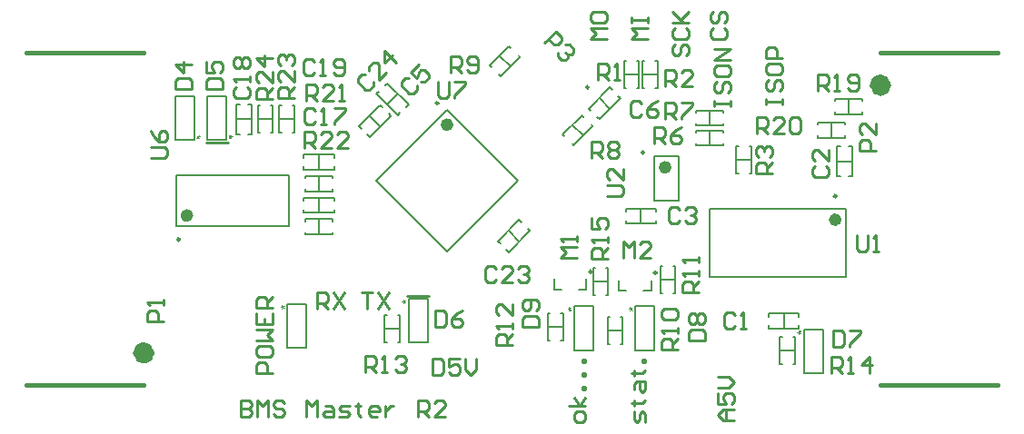
<source format=gbr>
%TF.GenerationSoftware,Altium Limited,Altium Designer,18.1.9 (240)*%
G04 Layer_Color=65535*
%FSLAX26Y26*%
%MOIN*%
%TF.FileFunction,Legend,Top*%
%TF.Part,Single*%
G01*
G75*
%TA.AperFunction,NonConductor*%
%ADD54C,0.007874*%
%ADD55C,0.009842*%
%ADD57C,0.023622*%
%ADD58C,0.005906*%
%ADD59C,0.010000*%
%ADD83C,0.039370*%
%ADD84C,0.015748*%
G36*
X1767579Y1950723D02*
Y1950667D01*
X1767524Y1950556D01*
X1767413Y1950334D01*
X1767357Y1950056D01*
X1767191Y1949724D01*
X1767024Y1949280D01*
X1766691Y1948391D01*
X1766303Y1947392D01*
X1765859Y1946393D01*
X1765415Y1945450D01*
X1765026Y1944673D01*
X1765082D01*
X1765248D01*
X1765470Y1944728D01*
X1765803D01*
X1766192Y1944784D01*
X1766636Y1944840D01*
X1767635Y1944895D01*
X1768689Y1945006D01*
X1769799Y1945117D01*
X1770743Y1945172D01*
X1771187D01*
X1771575D01*
Y1941399D01*
X1771520D01*
X1771464D01*
X1771298D01*
X1771131D01*
X1770521Y1941454D01*
X1769799Y1941509D01*
X1768856Y1941620D01*
X1767690Y1941676D01*
X1766414Y1941842D01*
X1765026Y1942009D01*
Y1941954D01*
X1765082Y1941898D01*
X1765137Y1941732D01*
X1765248Y1941509D01*
X1765526Y1940955D01*
X1765859Y1940233D01*
X1766247Y1939345D01*
X1766691Y1938291D01*
X1767135Y1937125D01*
X1767579Y1935849D01*
X1763861Y1934628D01*
Y1934683D01*
X1763805Y1934794D01*
X1763750Y1934960D01*
X1763694Y1935182D01*
X1763583Y1935515D01*
X1763472Y1935849D01*
X1763250Y1936681D01*
X1763028Y1937680D01*
X1762751Y1938790D01*
X1762529Y1939956D01*
X1762362Y1941177D01*
X1762307Y1941121D01*
X1762085Y1940899D01*
X1761752Y1940511D01*
X1761252Y1940011D01*
X1760531Y1939345D01*
X1759698Y1938623D01*
X1758644Y1937680D01*
X1757423Y1936681D01*
X1755258Y1939789D01*
X1755369Y1939844D01*
X1755647Y1940066D01*
X1756091Y1940399D01*
X1756701Y1940843D01*
X1757534Y1941343D01*
X1758477Y1941954D01*
X1759587Y1942675D01*
X1760808Y1943397D01*
X1760753D01*
X1760642Y1943452D01*
X1760475Y1943563D01*
X1760198Y1943729D01*
X1759532Y1944062D01*
X1758755Y1944506D01*
X1757867Y1945062D01*
X1756923Y1945617D01*
X1756035Y1946227D01*
X1755258Y1946782D01*
X1757423Y1949834D01*
X1757478Y1949779D01*
X1757589Y1949724D01*
X1757756Y1949557D01*
X1758033Y1949335D01*
X1758699Y1948835D01*
X1759476Y1948169D01*
X1760309Y1947448D01*
X1761086Y1946726D01*
X1761807Y1946061D01*
X1762140Y1945783D01*
X1762362Y1945505D01*
Y1945561D01*
X1762418Y1945672D01*
Y1945839D01*
X1762473Y1946061D01*
X1762529Y1946393D01*
X1762640Y1946726D01*
X1762806Y1947559D01*
X1763028Y1948558D01*
X1763250Y1949612D01*
X1763861Y1951888D01*
X1767579Y1950723D01*
D02*
G37*
G36*
X1649469D02*
Y1950667D01*
X1649414Y1950556D01*
X1649303Y1950334D01*
X1649247Y1950056D01*
X1649081Y1949724D01*
X1648914Y1949280D01*
X1648581Y1948391D01*
X1648193Y1947392D01*
X1647749Y1946393D01*
X1647305Y1945450D01*
X1646916Y1944673D01*
X1646972D01*
X1647138D01*
X1647360Y1944728D01*
X1647693D01*
X1648082Y1944784D01*
X1648526Y1944840D01*
X1649525Y1944895D01*
X1650579Y1945006D01*
X1651689Y1945117D01*
X1652633Y1945172D01*
X1653077D01*
X1653465D01*
Y1941399D01*
X1653410D01*
X1653354D01*
X1653188D01*
X1653021D01*
X1652411Y1941454D01*
X1651689Y1941509D01*
X1650746Y1941620D01*
X1649580Y1941676D01*
X1648304Y1941842D01*
X1646916Y1942009D01*
Y1941954D01*
X1646972Y1941898D01*
X1647027Y1941732D01*
X1647138Y1941509D01*
X1647416Y1940955D01*
X1647749Y1940233D01*
X1648137Y1939345D01*
X1648581Y1938291D01*
X1649025Y1937125D01*
X1649469Y1935849D01*
X1645751Y1934628D01*
Y1934683D01*
X1645695Y1934794D01*
X1645640Y1934960D01*
X1645584Y1935182D01*
X1645473Y1935515D01*
X1645362Y1935849D01*
X1645140Y1936681D01*
X1644918Y1937680D01*
X1644641Y1938790D01*
X1644419Y1939956D01*
X1644252Y1941177D01*
X1644197Y1941121D01*
X1643975Y1940899D01*
X1643642Y1940511D01*
X1643142Y1940011D01*
X1642421Y1939345D01*
X1641588Y1938623D01*
X1640534Y1937680D01*
X1639313Y1936681D01*
X1637148Y1939789D01*
X1637259Y1939844D01*
X1637537Y1940066D01*
X1637981Y1940399D01*
X1638591Y1940843D01*
X1639424Y1941343D01*
X1640367Y1941954D01*
X1641477Y1942675D01*
X1642698Y1943397D01*
X1642643D01*
X1642532Y1943452D01*
X1642365Y1943563D01*
X1642088Y1943729D01*
X1641422Y1944062D01*
X1640645Y1944506D01*
X1639757Y1945062D01*
X1638813Y1945617D01*
X1637925Y1946227D01*
X1637148Y1946782D01*
X1639313Y1949834D01*
X1639368Y1949779D01*
X1639479Y1949724D01*
X1639646Y1949557D01*
X1639923Y1949335D01*
X1640589Y1948835D01*
X1641366Y1948169D01*
X1642199Y1947448D01*
X1642976Y1946726D01*
X1643697Y1946061D01*
X1644030Y1945783D01*
X1644252Y1945505D01*
Y1945561D01*
X1644308Y1945672D01*
Y1945839D01*
X1644363Y1946061D01*
X1644419Y1946393D01*
X1644530Y1946726D01*
X1644696Y1947559D01*
X1644918Y1948558D01*
X1645140Y1949612D01*
X1645751Y1951888D01*
X1649469Y1950723D01*
D02*
G37*
G36*
X1953800Y1326575D02*
X1953856Y1326464D01*
X1953911Y1326297D01*
X1953967Y1326075D01*
X1954078Y1325742D01*
X1954189Y1325409D01*
X1954411Y1324577D01*
X1954633Y1323578D01*
X1954910Y1322468D01*
X1955132Y1321302D01*
X1955299Y1320081D01*
X1955354Y1320137D01*
X1955576Y1320359D01*
X1955909Y1320747D01*
X1956409Y1321247D01*
X1957130Y1321913D01*
X1957963Y1322634D01*
X1959017Y1323578D01*
X1960238Y1324577D01*
X1962403Y1321469D01*
X1962292Y1321413D01*
X1962014Y1321191D01*
X1961570Y1320858D01*
X1960960Y1320414D01*
X1960127Y1319915D01*
X1959184Y1319304D01*
X1958074Y1318583D01*
X1956853Y1317861D01*
X1956908D01*
X1957019Y1317806D01*
X1957186Y1317695D01*
X1957463Y1317528D01*
X1958129Y1317195D01*
X1958906Y1316751D01*
X1959794Y1316196D01*
X1960738Y1315641D01*
X1961626Y1315031D01*
X1962403Y1314476D01*
X1960238Y1311423D01*
X1960183Y1311479D01*
X1960072Y1311534D01*
X1959905Y1311701D01*
X1959628Y1311923D01*
X1958962Y1312422D01*
X1958185Y1313088D01*
X1957352Y1313810D01*
X1956575Y1314531D01*
X1955854Y1315197D01*
X1955521Y1315475D01*
X1955299Y1315752D01*
Y1315697D01*
X1955243Y1315586D01*
Y1315419D01*
X1955188Y1315197D01*
X1955132Y1314864D01*
X1955021Y1314531D01*
X1954855Y1313699D01*
X1954633Y1312700D01*
X1954411Y1311645D01*
X1953800Y1309370D01*
X1950082Y1310535D01*
Y1310591D01*
X1950137Y1310702D01*
X1950248Y1310924D01*
X1950304Y1311201D01*
X1950470Y1311534D01*
X1950637Y1311978D01*
X1950970Y1312866D01*
X1951358Y1313865D01*
X1951802Y1314864D01*
X1952246Y1315808D01*
X1952635Y1316585D01*
X1952579D01*
X1952413D01*
X1952191Y1316529D01*
X1951858D01*
X1951469Y1316474D01*
X1951025Y1316418D01*
X1950026Y1316363D01*
X1948972Y1316252D01*
X1947862Y1316141D01*
X1946918Y1316085D01*
X1946474D01*
X1946086D01*
Y1319859D01*
X1946141D01*
X1946197D01*
X1946363D01*
X1946530D01*
X1947140Y1319804D01*
X1947862Y1319748D01*
X1948805Y1319637D01*
X1949971Y1319582D01*
X1951247Y1319415D01*
X1952635Y1319249D01*
Y1319304D01*
X1952579Y1319360D01*
X1952524Y1319526D01*
X1952413Y1319748D01*
X1952135Y1320303D01*
X1951802Y1321025D01*
X1951414Y1321913D01*
X1950970Y1322967D01*
X1950526Y1324133D01*
X1950082Y1325409D01*
X1953800Y1326630D01*
Y1326575D01*
D02*
G37*
G36*
X2398642Y1346929D02*
X2398698Y1346818D01*
X2398753Y1346651D01*
X2398809Y1346429D01*
X2398920Y1346097D01*
X2399031Y1345764D01*
X2399253Y1344931D01*
X2399475Y1343932D01*
X2399753Y1342822D01*
X2399974Y1341657D01*
X2400141Y1340436D01*
X2400197Y1340491D01*
X2400419Y1340713D01*
X2400751Y1341101D01*
X2401251Y1341601D01*
X2401972Y1342267D01*
X2402805Y1342988D01*
X2403860Y1343932D01*
X2405081Y1344931D01*
X2407245Y1341823D01*
X2407134Y1341767D01*
X2406856Y1341545D01*
X2406412Y1341213D01*
X2405802Y1340768D01*
X2404970Y1340269D01*
X2404026Y1339659D01*
X2402916Y1338937D01*
X2401695Y1338216D01*
X2401751D01*
X2401861Y1338160D01*
X2402028Y1338049D01*
X2402305Y1337882D01*
X2402972Y1337550D01*
X2403749Y1337105D01*
X2404637Y1336551D01*
X2405580Y1335995D01*
X2406468Y1335385D01*
X2407245Y1334830D01*
X2405081Y1331777D01*
X2405025Y1331833D01*
X2404914Y1331889D01*
X2404747Y1332055D01*
X2404470Y1332277D01*
X2403804Y1332776D01*
X2403027Y1333443D01*
X2402195Y1334164D01*
X2401418Y1334886D01*
X2400696Y1335552D01*
X2400363Y1335829D01*
X2400141Y1336107D01*
Y1336051D01*
X2400086Y1335940D01*
Y1335774D01*
X2400030Y1335552D01*
X2399974Y1335218D01*
X2399863Y1334886D01*
X2399697Y1334053D01*
X2399475Y1333054D01*
X2399253Y1331999D01*
X2398642Y1329724D01*
X2394924Y1330889D01*
Y1330945D01*
X2394979Y1331056D01*
X2395090Y1331278D01*
X2395146Y1331555D01*
X2395312Y1331889D01*
X2395479Y1332332D01*
X2395812Y1333220D01*
X2396200Y1334219D01*
X2396644Y1335218D01*
X2397088Y1336162D01*
X2397477Y1336939D01*
X2397421D01*
X2397255D01*
X2397033Y1336883D01*
X2396700D01*
X2396311Y1336828D01*
X2395867Y1336773D01*
X2394869Y1336717D01*
X2393814Y1336606D01*
X2392704Y1336495D01*
X2391760Y1336439D01*
X2391316D01*
X2390928D01*
Y1340214D01*
X2390983D01*
X2391039D01*
X2391206D01*
X2391372D01*
X2391983Y1340158D01*
X2392704Y1340102D01*
X2393648Y1339992D01*
X2394813Y1339936D01*
X2396090Y1339770D01*
X2397477Y1339603D01*
Y1339659D01*
X2397421Y1339714D01*
X2397366Y1339880D01*
X2397255Y1340102D01*
X2396977Y1340658D01*
X2396644Y1341379D01*
X2396256Y1342267D01*
X2395812Y1343322D01*
X2395368Y1344487D01*
X2394924Y1345764D01*
X2398642Y1346985D01*
Y1346929D01*
D02*
G37*
G36*
X3006037Y1319119D02*
X3006092Y1319008D01*
X3006148Y1318842D01*
X3006203Y1318620D01*
X3006314Y1318287D01*
X3006425Y1317954D01*
X3006647Y1317121D01*
X3006869Y1316122D01*
X3007147Y1315012D01*
X3007369Y1313847D01*
X3007535Y1312626D01*
X3007591Y1312681D01*
X3007813Y1312903D01*
X3008146Y1313292D01*
X3008645Y1313791D01*
X3009367Y1314457D01*
X3010199Y1315179D01*
X3011254Y1316122D01*
X3012475Y1317121D01*
X3014639Y1314013D01*
X3014528Y1313958D01*
X3014251Y1313736D01*
X3013807Y1313403D01*
X3013196Y1312959D01*
X3012364Y1312459D01*
X3011420Y1311849D01*
X3010310Y1311127D01*
X3009089Y1310406D01*
X3009145D01*
X3009256Y1310350D01*
X3009422Y1310239D01*
X3009700Y1310073D01*
X3010366Y1309740D01*
X3011143Y1309296D01*
X3012031Y1308741D01*
X3012974Y1308186D01*
X3013862Y1307575D01*
X3014639Y1307020D01*
X3012475Y1303968D01*
X3012419Y1304023D01*
X3012308Y1304079D01*
X3012142Y1304245D01*
X3011864Y1304467D01*
X3011198Y1304967D01*
X3010421Y1305633D01*
X3009589Y1306354D01*
X3008812Y1307076D01*
X3008090Y1307742D01*
X3007757Y1308019D01*
X3007535Y1308297D01*
Y1308241D01*
X3007480Y1308130D01*
Y1307964D01*
X3007424Y1307742D01*
X3007369Y1307409D01*
X3007258Y1307076D01*
X3007091Y1306243D01*
X3006869Y1305244D01*
X3006647Y1304190D01*
X3006037Y1301914D01*
X3002318Y1303080D01*
Y1303135D01*
X3002374Y1303246D01*
X3002485Y1303468D01*
X3002540Y1303746D01*
X3002707Y1304079D01*
X3002873Y1304523D01*
X3003206Y1305411D01*
X3003595Y1306410D01*
X3004039Y1307409D01*
X3004483Y1308352D01*
X3004871Y1309129D01*
X3004816D01*
X3004649D01*
X3004427Y1309074D01*
X3004094D01*
X3003706Y1309018D01*
X3003262Y1308963D01*
X3002263Y1308907D01*
X3001208Y1308796D01*
X3000098Y1308685D01*
X2999155Y1308630D01*
X2998711D01*
X2998322D01*
Y1312404D01*
X2998378D01*
X2998433D01*
X2998600D01*
X2998766D01*
X2999377Y1312348D01*
X3000098Y1312293D01*
X3001042Y1312182D01*
X3002207Y1312126D01*
X3003484Y1311960D01*
X3004871Y1311793D01*
Y1311849D01*
X3004816Y1311904D01*
X3004760Y1312071D01*
X3004649Y1312293D01*
X3004372Y1312848D01*
X3004039Y1313569D01*
X3003650Y1314457D01*
X3003206Y1315512D01*
X3002762Y1316677D01*
X3002318Y1317954D01*
X3006037Y1319175D01*
Y1319119D01*
D02*
G37*
G36*
X3229941Y1319116D02*
X3229996Y1319005D01*
X3230052Y1318839D01*
X3230107Y1318617D01*
X3230218Y1318284D01*
X3230329Y1317951D01*
X3230551Y1317118D01*
X3230773Y1316119D01*
X3231050Y1315009D01*
X3231273Y1313844D01*
X3231439Y1312623D01*
X3231494Y1312678D01*
X3231716Y1312900D01*
X3232050Y1313289D01*
X3232549Y1313788D01*
X3233271Y1314454D01*
X3234103Y1315176D01*
X3235157Y1316119D01*
X3236378Y1317118D01*
X3238543Y1314010D01*
X3238432Y1313955D01*
X3238155Y1313733D01*
X3237711Y1313400D01*
X3237100Y1312956D01*
X3236267Y1312456D01*
X3235324Y1311846D01*
X3234214Y1311124D01*
X3232993Y1310403D01*
X3233048D01*
X3233160Y1310347D01*
X3233326Y1310236D01*
X3233604Y1310070D01*
X3234269Y1309737D01*
X3235046Y1309293D01*
X3235934Y1308738D01*
X3236878Y1308183D01*
X3237766Y1307572D01*
X3238543Y1307017D01*
X3236378Y1303965D01*
X3236323Y1304020D01*
X3236212Y1304076D01*
X3236046Y1304242D01*
X3235768Y1304464D01*
X3235102Y1304964D01*
X3234325Y1305630D01*
X3233492Y1306351D01*
X3232715Y1307073D01*
X3231994Y1307739D01*
X3231661Y1308016D01*
X3231439Y1308294D01*
Y1308238D01*
X3231383Y1308127D01*
Y1307961D01*
X3231328Y1307739D01*
X3231273Y1307406D01*
X3231162Y1307073D01*
X3230995Y1306240D01*
X3230773Y1305241D01*
X3230551Y1304187D01*
X3229941Y1301911D01*
X3226222Y1303077D01*
Y1303132D01*
X3226278Y1303243D01*
X3226389Y1303465D01*
X3226444Y1303743D01*
X3226610Y1304076D01*
X3226777Y1304520D01*
X3227110Y1305408D01*
X3227499Y1306407D01*
X3227943Y1307406D01*
X3228387Y1308349D01*
X3228775Y1309126D01*
X3228720D01*
X3228553D01*
X3228331Y1309071D01*
X3227998D01*
X3227610Y1309015D01*
X3227166Y1308960D01*
X3226166Y1308904D01*
X3225112Y1308793D01*
X3224002Y1308682D01*
X3223059Y1308627D01*
X3222615D01*
X3222226D01*
Y1312401D01*
X3222282D01*
X3222337D01*
X3222503D01*
X3222670D01*
X3223280Y1312345D01*
X3224002Y1312290D01*
X3224945Y1312179D01*
X3226111Y1312123D01*
X3227387Y1311957D01*
X3228775Y1311790D01*
Y1311846D01*
X3228720Y1311901D01*
X3228664Y1312068D01*
X3228553Y1312290D01*
X3228276Y1312845D01*
X3227943Y1313566D01*
X3227554Y1314454D01*
X3227110Y1315509D01*
X3226666Y1316674D01*
X3226222Y1317951D01*
X3229941Y1319172D01*
Y1319116D01*
D02*
G37*
G36*
X3848642Y1234448D02*
X3848698Y1234337D01*
X3848753Y1234171D01*
X3848809Y1233949D01*
X3848920Y1233616D01*
X3849031Y1233283D01*
X3849253Y1232450D01*
X3849475Y1231451D01*
X3849753Y1230341D01*
X3849974Y1229176D01*
X3850141Y1227955D01*
X3850197Y1228010D01*
X3850419Y1228232D01*
X3850751Y1228621D01*
X3851251Y1229120D01*
X3851972Y1229786D01*
X3852805Y1230508D01*
X3853860Y1231451D01*
X3855081Y1232450D01*
X3857245Y1229342D01*
X3857134Y1229287D01*
X3856856Y1229065D01*
X3856412Y1228732D01*
X3855802Y1228288D01*
X3854970Y1227788D01*
X3854026Y1227178D01*
X3852916Y1226456D01*
X3851695Y1225735D01*
X3851751D01*
X3851861Y1225679D01*
X3852028Y1225568D01*
X3852305Y1225402D01*
X3852972Y1225069D01*
X3853749Y1224625D01*
X3854637Y1224070D01*
X3855580Y1223515D01*
X3856468Y1222904D01*
X3857245Y1222349D01*
X3855081Y1219297D01*
X3855025Y1219352D01*
X3854914Y1219408D01*
X3854747Y1219574D01*
X3854470Y1219796D01*
X3853804Y1220296D01*
X3853027Y1220962D01*
X3852195Y1221683D01*
X3851418Y1222405D01*
X3850696Y1223071D01*
X3850363Y1223348D01*
X3850141Y1223626D01*
Y1223570D01*
X3850086Y1223459D01*
Y1223293D01*
X3850030Y1223071D01*
X3849974Y1222738D01*
X3849863Y1222405D01*
X3849697Y1221572D01*
X3849475Y1220573D01*
X3849253Y1219519D01*
X3848642Y1217243D01*
X3844924Y1218409D01*
Y1218464D01*
X3844979Y1218575D01*
X3845090Y1218797D01*
X3845146Y1219075D01*
X3845312Y1219408D01*
X3845479Y1219852D01*
X3845812Y1220740D01*
X3846200Y1221739D01*
X3846644Y1222738D01*
X3847088Y1223681D01*
X3847477Y1224458D01*
X3847421D01*
X3847255D01*
X3847033Y1224403D01*
X3846700D01*
X3846311Y1224347D01*
X3845867Y1224292D01*
X3844869Y1224236D01*
X3843814Y1224125D01*
X3842704Y1224014D01*
X3841760Y1223959D01*
X3841316D01*
X3840928D01*
Y1227733D01*
X3840983D01*
X3841039D01*
X3841206D01*
X3841372D01*
X3841983Y1227677D01*
X3842704Y1227622D01*
X3843648Y1227511D01*
X3844813Y1227455D01*
X3846090Y1227289D01*
X3847477Y1227122D01*
Y1227178D01*
X3847421Y1227233D01*
X3847366Y1227400D01*
X3847255Y1227622D01*
X3846977Y1228177D01*
X3846644Y1228898D01*
X3846256Y1229786D01*
X3845812Y1230841D01*
X3845368Y1232006D01*
X3844924Y1233283D01*
X3848642Y1234504D01*
Y1234448D01*
D02*
G37*
D54*
X1562544Y1615242D02*
X1975928D01*
X1562544Y1804218D02*
X1975928D01*
X1562544Y1615242D02*
Y1804218D01*
X1975928Y1615242D02*
Y1804218D01*
X1747503Y1931888D02*
Y2092912D01*
X1677503Y1931888D02*
X1747503D01*
X1677503D02*
Y2092912D01*
X1747503D01*
X1629393Y1931888D02*
Y2092912D01*
X1559393Y1931888D02*
X1629393D01*
X1559393D02*
Y2092912D01*
X1629393D01*
X1970158Y1168346D02*
Y1329370D01*
X2040158D01*
Y1168346D02*
Y1329370D01*
X1970158Y1168346D02*
X2040158D01*
X2295965Y1783622D02*
X2556260Y1523327D01*
Y2043916D02*
X2816554Y1783622D01*
X2556260Y1523327D02*
X2816554Y1783622D01*
X2295965D02*
X2556260Y2043916D01*
X2415000Y1188700D02*
Y1349724D01*
X2485000D01*
Y1188700D02*
Y1349724D01*
X2415000Y1188700D02*
X2485000D01*
X3022394Y1160890D02*
Y1321914D01*
X3092394D01*
Y1160890D02*
Y1321914D01*
X3022394Y1160890D02*
X3092394D01*
X3246298Y1160887D02*
Y1321911D01*
X3316298D01*
Y1160887D02*
Y1321911D01*
X3246298Y1160887D02*
X3316298D01*
X3067451Y1382440D02*
Y1421810D01*
X3039891Y1382440D02*
X3067451D01*
X2949339D02*
Y1421810D01*
Y1382440D02*
X2976899D01*
X3304922Y1378070D02*
Y1417440D01*
X3277362Y1378070D02*
X3304922D01*
X3186810D02*
Y1417440D01*
Y1378070D02*
X3214370D01*
X3317046Y1708150D02*
X3407598D01*
X3317046Y1871534D02*
X3407598D01*
Y1708150D02*
Y1871534D01*
X3317046Y1708150D02*
Y1871534D01*
X3865000Y1076219D02*
Y1237243D01*
X3935000D01*
Y1076219D02*
Y1237243D01*
X3865000Y1076219D02*
X3935000D01*
X3520000Y1430984D02*
Y1679016D01*
X4020000Y1430984D02*
Y1679016D01*
X3520000Y1430984D02*
X4020000D01*
X3520000Y1679016D02*
X4020000D01*
D55*
X1576323Y1567014D02*
G03*
X1576323Y1567014I-4921J0D01*
G01*
X2524991Y2067578D02*
G03*
X2524991Y2067578I-4921J0D01*
G01*
X3088119Y1449370D02*
G03*
X3088119Y1449370I-4921J0D01*
G01*
X3325590Y1445000D02*
G03*
X3325590Y1445000I-4921J0D01*
G01*
X3076863Y2125838D02*
G03*
X3076863Y2125838I-4921J0D01*
G01*
X3279645Y1886299D02*
G03*
X3279645Y1886299I-4921J0D01*
G01*
X3985354Y1726260D02*
G03*
X3985354Y1726260I-4921J0D01*
G01*
X1672503Y1921888D02*
X1752503D01*
X2410000Y1359724D02*
X2490000D01*
D57*
X1613725Y1654612D02*
G03*
X1613725Y1654612I-11811J0D01*
G01*
X2568071Y1988237D02*
G03*
X2568071Y1988237I-11811J0D01*
G01*
X3368227Y1832165D02*
G03*
X3368227Y1832165I-11811J0D01*
G01*
X3992441Y1639646D02*
G03*
X3992441Y1639646I-11811J0D01*
G01*
D58*
X4029842Y2027244D02*
Y2082363D01*
X3979842Y2074803D02*
Y2082363D01*
X4079842D01*
Y2074803D02*
Y2082363D01*
Y2027244D02*
Y2034803D01*
X3979842Y2027244D02*
X4079842D01*
X3979842D02*
Y2034803D01*
X3968007Y1940945D02*
Y1996063D01*
X3918007Y1988504D02*
Y1996063D01*
X4018007D01*
Y1988504D02*
Y1996063D01*
Y1940945D02*
Y1948504D01*
X3918007Y1940945D02*
X4018007D01*
X3918007D02*
Y1948504D01*
X1783464Y2062992D02*
X1795276D01*
X1783464Y1952756D02*
Y2062992D01*
Y1952756D02*
X1795276D01*
X1826772D02*
X1838584D01*
Y2062992D01*
X1826772D02*
X1838584D01*
X1783464Y2007874D02*
X1838584D01*
X2036614Y1744093D02*
Y1751653D01*
Y1744093D02*
X2136614D01*
Y1751653D01*
Y1791653D02*
Y1799214D01*
X2036614D02*
X2136614D01*
X2036614Y1791653D02*
Y1799214D01*
X2086614Y1744093D02*
Y1799214D01*
X2141732Y1866142D02*
Y1877954D01*
X2031496D02*
X2141732D01*
X2031496Y1866142D02*
Y1877954D01*
Y1822834D02*
Y1834646D01*
Y1822834D02*
X2141732D01*
Y1834646D01*
X2086614Y1822834D02*
Y1877954D01*
X1862204Y2057874D02*
X1869764D01*
X1862204Y1957874D02*
Y2057874D01*
Y1957874D02*
X1869764D01*
X1909764D02*
X1917324D01*
Y2057874D01*
X1909764D02*
X1917324D01*
X1862204Y2007874D02*
X1917324D01*
X1940944Y2057874D02*
X1948504D01*
X1940944Y1957874D02*
Y2057874D01*
Y1957874D02*
X1948504D01*
X1988504D02*
X1996064D01*
Y2057874D01*
X1988504D02*
X1996064D01*
X1940944Y2007874D02*
X1996064D01*
X2031496Y1665353D02*
Y1677165D01*
Y1665353D02*
X2141732D01*
Y1677165D01*
Y1708661D02*
Y1720473D01*
X2031496D02*
X2141732D01*
X2031496Y1708661D02*
Y1720473D01*
X2086614Y1665353D02*
Y1720473D01*
X2036614Y1586613D02*
Y1594173D01*
Y1586613D02*
X2136614D01*
Y1594173D01*
Y1634173D02*
Y1641733D01*
X2036614D02*
X2136614D01*
X2036614Y1634173D02*
Y1641733D01*
X2086614Y1586613D02*
Y1641733D01*
X2298054Y2101269D02*
X2306406Y2109622D01*
X2298054Y2101269D02*
X2376003Y2023321D01*
X2384355Y2031673D01*
X2406626Y2053944D02*
X2414978Y2062296D01*
X2337030Y2140245D02*
X2414978Y2062296D01*
X2328677Y2131892D02*
X2337030Y2140245D01*
X2337028Y2062295D02*
X2376004Y2101271D01*
X2263952Y1951488D02*
X2272304Y1943135D01*
X2350253Y2021084D01*
X2341900Y2029436D02*
X2350253Y2021084D01*
X2311277Y2060060D02*
X2319629Y2051707D01*
X2233328Y1982111D02*
X2311277Y2060060D01*
X2233328Y1982111D02*
X2241681Y1973759D01*
X2272303Y2021085D02*
X2311278Y1982110D01*
X3322834Y1669291D02*
Y1681103D01*
X3212599D02*
X3322834D01*
X3212599Y1669291D02*
Y1681103D01*
Y1625983D02*
Y1637795D01*
Y1625983D02*
X3322834D01*
Y1637795D01*
X3267716Y1625983D02*
Y1681103D01*
X2375000Y1190590D02*
X2382560D01*
Y1290590D01*
X2375000D02*
X2382560D01*
X2327440D02*
X2335000D01*
X2327440Y1190590D02*
Y1290590D01*
Y1190590D02*
X2335000D01*
X2327440Y1240590D02*
X2382560D01*
X3146180Y1283739D02*
X3153740D01*
X3146180Y1183739D02*
Y1283739D01*
Y1183739D02*
X3153740D01*
X3193740D02*
X3201300D01*
Y1283739D01*
X3193740D02*
X3201300D01*
X3146180Y1233739D02*
X3201300D01*
X2926506Y1295000D02*
X2934066D01*
X2926506Y1195000D02*
Y1295000D01*
Y1195000D02*
X2934066D01*
X2974066D02*
X2981626D01*
Y1295000D01*
X2974066D02*
X2981626D01*
X2926506Y1245000D02*
X2981626D01*
X3140000Y1364410D02*
X3147560D01*
Y1464410D01*
X3140000D02*
X3147560D01*
X3092440D02*
X3100000D01*
X3092440Y1364410D02*
Y1464410D01*
Y1364410D02*
X3100000D01*
X3092440Y1414410D02*
X3147560D01*
X2821425Y1638097D02*
X2829777Y1629744D01*
X2743476Y1560148D02*
X2821425Y1638097D01*
X2743476Y1560148D02*
X2751829Y1551796D01*
X2774099Y1529525D02*
X2782452Y1521172D01*
X2860401Y1599121D01*
X2852048Y1607473D02*
X2860401Y1599121D01*
X2782450Y1599122D02*
X2821426Y1560147D01*
X2747526Y2171762D02*
X2752872Y2166417D01*
X2823583Y2237127D01*
X2818237Y2242473D02*
X2823583Y2237127D01*
X2784607Y2276103D02*
X2789953Y2270757D01*
X2713896Y2205392D02*
X2784607Y2276103D01*
X2713896Y2205392D02*
X2719242Y2200047D01*
X2749252Y2240748D02*
X2788228Y2201772D01*
X3014968Y1918691D02*
X3020314Y1913346D01*
X3091024Y1984056D01*
X3085678Y1989402D02*
X3091024Y1984056D01*
X3052048Y2023032D02*
X3057394Y2017686D01*
X2981338Y1952321D02*
X3052048Y2023032D01*
X2981338Y1952321D02*
X2986684Y1946976D01*
X3016693Y1987677D02*
X3055669Y1948701D01*
X3154093Y2125076D02*
X3162445Y2116724D01*
X3076144Y2047128D02*
X3154093Y2125076D01*
X3076144Y2047128D02*
X3084496Y2038775D01*
X3106767Y2016504D02*
X3115120Y2008152D01*
X3193068Y2086101D01*
X3184716Y2094453D02*
X3193068Y2086101D01*
X3115118Y2086102D02*
X3154094Y2047126D01*
X3205709Y2221259D02*
X3213269D01*
X3205709Y2121259D02*
Y2221259D01*
Y2121259D02*
X3213269D01*
X3253269D02*
X3260829D01*
Y2221259D01*
X3253269D02*
X3260829D01*
X3205709Y2171259D02*
X3260829D01*
X3273738Y2222168D02*
X3281298D01*
X3273738Y2122168D02*
Y2222168D01*
Y2122168D02*
X3281298D01*
X3321298D02*
X3328858D01*
Y2222168D01*
X3321298D02*
X3328858D01*
X3273738Y2172168D02*
X3328858D01*
X3386771Y1369410D02*
X3394331D01*
Y1469410D01*
X3386771D02*
X3394331D01*
X3339211D02*
X3346771D01*
X3339211Y1369410D02*
Y1469410D01*
Y1369410D02*
X3346771D01*
X3339211Y1419410D02*
X3394331D01*
X3469422Y1985590D02*
Y1993150D01*
Y1985590D02*
X3569422D01*
Y1993150D01*
Y2033150D02*
Y2040710D01*
X3469422D02*
X3569422D01*
X3469422Y2033150D02*
Y2040710D01*
X3519422Y1985590D02*
Y2040710D01*
X3469426Y1912440D02*
Y1920000D01*
Y1912440D02*
X3569426D01*
Y1920000D01*
Y1960000D02*
Y1967560D01*
X3469426D02*
X3569426D01*
X3469426Y1960000D02*
Y1967560D01*
X3519426Y1912440D02*
Y1967560D01*
X3737206Y1240866D02*
Y1252678D01*
Y1240866D02*
X3847442D01*
Y1252678D01*
Y1284174D02*
Y1295986D01*
X3737206D02*
X3847442D01*
X3737206Y1284174D02*
Y1295986D01*
X3792324Y1240866D02*
Y1295986D01*
X3777440Y1208149D02*
X3785000D01*
X3777440Y1108149D02*
Y1208149D01*
Y1108149D02*
X3785000D01*
X3825000D02*
X3832560D01*
Y1208149D01*
X3825000D02*
X3832560D01*
X3777440Y1158149D02*
X3832560D01*
X3665000Y1808740D02*
X3672560D01*
Y1908740D01*
X3665000D02*
X3672560D01*
X3617440D02*
X3625000D01*
X3617440Y1808740D02*
Y1908740D01*
Y1808740D02*
X3625000D01*
X3617440Y1858740D02*
X3672560D01*
X3988188Y1908934D02*
X4000000D01*
X3988188Y1798698D02*
Y1908934D01*
Y1798698D02*
X4000000D01*
X4031496D02*
X4043308D01*
Y1908934D01*
X4031496D02*
X4043308D01*
X3988188Y1853816D02*
X4043308D01*
D59*
X3284291Y895827D02*
Y925817D01*
X3274294Y935814D01*
X3264297Y925817D01*
Y905824D01*
X3254300Y895827D01*
X3244303Y905824D01*
Y935814D01*
X3234307Y965804D02*
X3244303D01*
Y955807D01*
Y975801D01*
Y965804D01*
X3274294D01*
X3284291Y975801D01*
X3244303Y1015788D02*
Y1035782D01*
X3254300Y1045778D01*
X3284291D01*
Y1015788D01*
X3274294Y1005791D01*
X3264297Y1015788D01*
Y1045778D01*
X3234307Y1075769D02*
X3244303D01*
Y1065772D01*
Y1085765D01*
Y1075769D01*
X3274294D01*
X3284291Y1085765D01*
Y1115756D02*
X3274294D01*
Y1125752D01*
X3284291D01*
Y1115756D01*
X1800000Y975492D02*
Y915512D01*
X1829990D01*
X1839987Y925509D01*
Y935505D01*
X1829990Y945502D01*
X1800000D01*
X1829990D01*
X1839987Y955499D01*
Y965496D01*
X1829990Y975492D01*
X1800000D01*
X1859981Y915512D02*
Y975492D01*
X1879974Y955499D01*
X1899968Y975492D01*
Y915512D01*
X1959948Y965496D02*
X1949951Y975492D01*
X1929958D01*
X1919961Y965496D01*
Y955499D01*
X1929958Y945502D01*
X1949951D01*
X1959948Y935505D01*
Y925509D01*
X1949951Y915512D01*
X1929958D01*
X1919961Y925509D01*
X2039922Y915512D02*
Y975492D01*
X2059916Y955499D01*
X2079910Y975492D01*
Y915512D01*
X2109900Y955499D02*
X2129893D01*
X2139890Y945502D01*
Y915512D01*
X2109900D01*
X2099903Y925509D01*
X2109900Y935505D01*
X2139890D01*
X2159884Y915512D02*
X2189874D01*
X2199871Y925509D01*
X2189874Y935505D01*
X2169880D01*
X2159884Y945502D01*
X2169880Y955499D01*
X2199871D01*
X2229861Y965496D02*
Y955499D01*
X2219864D01*
X2239858D01*
X2229861D01*
Y925509D01*
X2239858Y915512D01*
X2299838D02*
X2279845D01*
X2269848Y925509D01*
Y945502D01*
X2279845Y955499D01*
X2299838D01*
X2309835Y945502D01*
Y935505D01*
X2269848D01*
X2329829Y955499D02*
Y915512D01*
Y935505D01*
X2339825Y945502D01*
X2349822Y955499D01*
X2359819D01*
X2449790Y915512D02*
Y975492D01*
X2479780D01*
X2489777Y965496D01*
Y945502D01*
X2479780Y935505D01*
X2449790D01*
X2469783D02*
X2489777Y915512D01*
X2549758D02*
X2509770D01*
X2549758Y955499D01*
Y965496D01*
X2539761Y975492D01*
X2519767D01*
X2509770Y965496D01*
X3062640Y905824D02*
Y925817D01*
X3052643Y935814D01*
X3032650D01*
X3022653Y925817D01*
Y905824D01*
X3032650Y895827D01*
X3052643D01*
X3062640Y905824D01*
Y955807D02*
X3002659D01*
X3042646D02*
X3022653Y985798D01*
X3042646Y955807D02*
X3062640Y985798D01*
Y1015788D02*
X3052643D01*
Y1025785D01*
X3062640D01*
Y1015788D01*
Y1065772D02*
X3052643D01*
Y1075769D01*
X3062640D01*
Y1065772D01*
Y1115756D02*
X3052643D01*
Y1125752D01*
X3062640D01*
Y1115756D01*
X3694016Y1957413D02*
Y2017393D01*
X3724006D01*
X3734003Y2007397D01*
Y1987403D01*
X3724006Y1977406D01*
X3694016D01*
X3714010D02*
X3734003Y1957413D01*
X3793984D02*
X3753997D01*
X3793984Y1997400D01*
Y2007397D01*
X3783987Y2017393D01*
X3763993D01*
X3753997Y2007397D01*
X3813977D02*
X3823974Y2017393D01*
X3843968D01*
X3853964Y2007397D01*
Y1967410D01*
X3843968Y1957413D01*
X3823974D01*
X3813977Y1967410D01*
Y2007397D01*
X3917323Y2112476D02*
Y2172456D01*
X3947313D01*
X3957310Y2162459D01*
Y2142466D01*
X3947313Y2132469D01*
X3917323D01*
X3937316D02*
X3957310Y2112476D01*
X3977303D02*
X3997297D01*
X3987300D01*
Y2172456D01*
X3977303Y2162459D01*
X4027287Y2122472D02*
X4037284Y2112476D01*
X4057278D01*
X4067274Y2122472D01*
Y2162459D01*
X4057278Y2172456D01*
X4037284D01*
X4027287Y2162459D01*
Y2152463D01*
X4037284Y2142466D01*
X4067274D01*
X3725965Y2062992D02*
Y2082985D01*
Y2072989D01*
X3785946D01*
Y2062992D01*
Y2082985D01*
X3735962Y2152963D02*
X3725965Y2142966D01*
Y2122973D01*
X3735962Y2112976D01*
X3745959D01*
X3755955Y2122973D01*
Y2142966D01*
X3765952Y2152963D01*
X3775949D01*
X3785946Y2142966D01*
Y2122973D01*
X3775949Y2112976D01*
X3725965Y2202947D02*
Y2182953D01*
X3735962Y2172956D01*
X3775949D01*
X3785946Y2182953D01*
Y2202947D01*
X3775949Y2212943D01*
X3735962D01*
X3725965Y2202947D01*
X3785946Y2232937D02*
X3725965D01*
Y2262927D01*
X3735962Y2272924D01*
X3755955D01*
X3765952Y2262927D01*
Y2232937D01*
X3536948Y2056103D02*
Y2076097D01*
Y2066100D01*
X3596928D01*
Y2056103D01*
Y2076097D01*
X3546945Y2146074D02*
X3536948Y2136077D01*
Y2116084D01*
X3546945Y2106087D01*
X3556941D01*
X3566938Y2116084D01*
Y2136077D01*
X3576935Y2146074D01*
X3586932D01*
X3596928Y2136077D01*
Y2116084D01*
X3586932Y2106087D01*
X3536948Y2196058D02*
Y2176064D01*
X3546945Y2166067D01*
X3586932D01*
X3596928Y2176064D01*
Y2196058D01*
X3586932Y2206055D01*
X3546945D01*
X3536948Y2196058D01*
X3596928Y2226048D02*
X3536948D01*
X3596928Y2266035D01*
X3536948D01*
X2524466Y2147439D02*
Y2097455D01*
X2534463Y2087458D01*
X2554456D01*
X2564453Y2097455D01*
Y2147439D01*
X2584447D02*
X2624434D01*
Y2137442D01*
X2584447Y2097455D01*
Y2087458D01*
X1469946Y1866142D02*
X1519930D01*
X1529927Y1876139D01*
Y1896132D01*
X1519930Y1906129D01*
X1469946D01*
Y1966109D02*
X1479943Y1946116D01*
X1499937Y1926122D01*
X1519930D01*
X1529927Y1936119D01*
Y1956113D01*
X1519930Y1966109D01*
X1509934D01*
X1499937Y1956113D01*
Y1926122D01*
X3143483Y1726260D02*
X3193467D01*
X3203464Y1736257D01*
Y1756250D01*
X3193467Y1766247D01*
X3143483D01*
X3203464Y1826228D02*
Y1786241D01*
X3163477Y1826228D01*
X3153480D01*
X3143483Y1816231D01*
Y1796237D01*
X3153480Y1786241D01*
X4060667Y1583152D02*
Y1533168D01*
X4070664Y1523172D01*
X4090658D01*
X4100654Y1533168D01*
Y1583152D01*
X4120648Y1523172D02*
X4140641D01*
X4130645D01*
Y1583152D01*
X4120648Y1573155D01*
X2243512Y1372421D02*
X2283499D01*
X2263505D01*
Y1312440D01*
X2303492Y1372421D02*
X2343479Y1312440D01*
Y1372421D02*
X2303492Y1312440D01*
X3392421Y2284184D02*
X3382425Y2274187D01*
Y2254193D01*
X3392421Y2244197D01*
X3402418D01*
X3412415Y2254193D01*
Y2274187D01*
X3422412Y2284184D01*
X3432408D01*
X3442405Y2274187D01*
Y2254193D01*
X3432408Y2244197D01*
X3392421Y2344164D02*
X3382425Y2334168D01*
Y2314174D01*
X3392421Y2304177D01*
X3432408D01*
X3442405Y2314174D01*
Y2334168D01*
X3432408Y2344164D01*
X3382425Y2364158D02*
X3442405D01*
X3422412D01*
X3382425Y2404145D01*
X3412415Y2374155D01*
X3442405Y2404145D01*
X2079424Y1312440D02*
Y1372421D01*
X2109415D01*
X2119412Y1362424D01*
Y1342431D01*
X2109415Y1332434D01*
X2079424D01*
X2099418D02*
X2119412Y1312440D01*
X2139405Y1372421D02*
X2179392Y1312440D01*
Y1372421D02*
X2139405Y1312440D01*
X1915062Y2084410D02*
X1855081D01*
Y2114400D01*
X1865078Y2124397D01*
X1885072D01*
X1895068Y2114400D01*
Y2084410D01*
Y2104403D02*
X1915062Y2124397D01*
Y2184377D02*
Y2144390D01*
X1875075Y2184377D01*
X1865078D01*
X1855081Y2174380D01*
Y2154387D01*
X1865078Y2144390D01*
X1915062Y2234361D02*
X1855081D01*
X1885072Y2204371D01*
Y2244358D01*
X1995141Y2086614D02*
X1935160D01*
Y2116604D01*
X1945157Y2126601D01*
X1965150D01*
X1975147Y2116604D01*
Y2086614D01*
Y2106608D02*
X1995141Y2126601D01*
Y2186582D02*
Y2146595D01*
X1955153Y2186582D01*
X1945157D01*
X1935160Y2176585D01*
Y2156592D01*
X1945157Y2146595D01*
Y2206575D02*
X1935160Y2216572D01*
Y2236566D01*
X1945157Y2246562D01*
X1955153D01*
X1965150Y2236566D01*
Y2226569D01*
Y2236566D01*
X1975147Y2246562D01*
X1985144D01*
X1995141Y2236566D01*
Y2216572D01*
X1985144Y2206575D01*
X2032324Y1904468D02*
Y1964448D01*
X2062314D01*
X2072311Y1954451D01*
Y1934458D01*
X2062314Y1924461D01*
X2032324D01*
X2052317D02*
X2072311Y1904468D01*
X2132291D02*
X2092304D01*
X2132291Y1944455D01*
Y1954451D01*
X2122295Y1964448D01*
X2102301D01*
X2092304Y1954451D01*
X2192272Y1904468D02*
X2152285D01*
X2192272Y1944455D01*
Y1954451D01*
X2182275Y1964448D01*
X2162282D01*
X2152285Y1954451D01*
X2039490Y2077155D02*
Y2137136D01*
X2069481D01*
X2079477Y2127139D01*
Y2107145D01*
X2069481Y2097148D01*
X2039490D01*
X2059484D02*
X2079477Y2077155D01*
X2139458D02*
X2099471D01*
X2139458Y2117142D01*
Y2127139D01*
X2129461Y2137136D01*
X2109468D01*
X2099471Y2127139D01*
X2159452Y2077155D02*
X2179445D01*
X2169448D01*
Y2137136D01*
X2159452Y2127139D01*
X3145744Y1495354D02*
X3085764D01*
Y1525345D01*
X3095761Y1535341D01*
X3115754D01*
X3125751Y1525345D01*
Y1495354D01*
Y1515348D02*
X3145744Y1535341D01*
Y1555335D02*
Y1575328D01*
Y1565332D01*
X3085764D01*
X3095761Y1555335D01*
X3085764Y1645306D02*
Y1605319D01*
X3115754D01*
X3105757Y1625312D01*
Y1635309D01*
X3115754Y1645306D01*
X3135748D01*
X3145744Y1635309D01*
Y1615315D01*
X3135748Y1605319D01*
X3966661Y1076219D02*
Y1136200D01*
X3996651D01*
X4006648Y1126203D01*
Y1106210D01*
X3996651Y1096213D01*
X3966661D01*
X3986654D02*
X4006648Y1076219D01*
X4026641D02*
X4046635D01*
X4036638D01*
Y1136200D01*
X4026641Y1126203D01*
X4106615Y1076219D02*
Y1136200D01*
X4076625Y1106210D01*
X4116612D01*
X2255946Y1078618D02*
Y1138599D01*
X2285936D01*
X2295933Y1128602D01*
Y1108609D01*
X2285936Y1098612D01*
X2255946D01*
X2275939D02*
X2295933Y1078618D01*
X2315927D02*
X2335920D01*
X2325923D01*
Y1138599D01*
X2315927Y1128602D01*
X2365910D02*
X2375907Y1138599D01*
X2395901D01*
X2405897Y1128602D01*
Y1118605D01*
X2395901Y1108609D01*
X2385904D01*
X2395901D01*
X2405897Y1098612D01*
Y1088615D01*
X2395901Y1078618D01*
X2375907D01*
X2365910Y1088615D01*
X2795276Y1181102D02*
X2735295D01*
Y1211093D01*
X2745292Y1221090D01*
X2765285D01*
X2775282Y1211093D01*
Y1181102D01*
Y1201096D02*
X2795276Y1221090D01*
Y1241083D02*
Y1261076D01*
Y1251080D01*
X2735295D01*
X2745292Y1241083D01*
X2795276Y1331054D02*
Y1291067D01*
X2755289Y1331054D01*
X2745292D01*
X2735295Y1321057D01*
Y1301064D01*
X2745292Y1291067D01*
X3480561Y1374344D02*
X3420580D01*
Y1404334D01*
X3430577Y1414331D01*
X3450570D01*
X3460567Y1404334D01*
Y1374344D01*
Y1394337D02*
X3480561Y1414331D01*
Y1434324D02*
Y1454318D01*
Y1444321D01*
X3420580D01*
X3430577Y1434324D01*
X3480561Y1484308D02*
Y1504302D01*
Y1494305D01*
X3420580D01*
X3430577Y1484308D01*
X3402912Y1161417D02*
X3342931D01*
Y1191408D01*
X3352928Y1201404D01*
X3372921D01*
X3382918Y1191408D01*
Y1161417D01*
Y1181411D02*
X3402912Y1201404D01*
Y1221398D02*
Y1241391D01*
Y1231395D01*
X3342931D01*
X3352928Y1221398D01*
Y1271382D02*
X3342931Y1281379D01*
Y1301372D01*
X3352928Y1311369D01*
X3392915D01*
X3402912Y1301372D01*
Y1281379D01*
X3392915Y1271382D01*
X3352928D01*
X2570588Y2178835D02*
Y2238816D01*
X2600578D01*
X2610575Y2228819D01*
Y2208825D01*
X2600578Y2198829D01*
X2570588D01*
X2590582D02*
X2610575Y2178835D01*
X2630569Y2188832D02*
X2640566Y2178835D01*
X2660559D01*
X2670556Y2188832D01*
Y2228819D01*
X2660559Y2238816D01*
X2640566D01*
X2630569Y2228819D01*
Y2218822D01*
X2640566Y2208825D01*
X2670556D01*
X3085230Y1866142D02*
Y1926122D01*
X3115220D01*
X3125217Y1916126D01*
Y1896132D01*
X3115220Y1886135D01*
X3085230D01*
X3105223D02*
X3125217Y1866142D01*
X3145210Y1916126D02*
X3155207Y1926122D01*
X3175200D01*
X3185197Y1916126D01*
Y1906129D01*
X3175200Y1896132D01*
X3185197Y1886135D01*
Y1876139D01*
X3175200Y1866142D01*
X3155207D01*
X3145210Y1876139D01*
Y1886135D01*
X3155207Y1896132D01*
X3145210Y1906129D01*
Y1916126D01*
X3155207Y1896132D02*
X3175200D01*
X3356416Y2007874D02*
Y2067855D01*
X3386407D01*
X3396404Y2057858D01*
Y2037864D01*
X3386407Y2027868D01*
X3356416D01*
X3376410D02*
X3396404Y2007874D01*
X3416397Y2067855D02*
X3456384D01*
Y2057858D01*
X3416397Y2017871D01*
Y2007874D01*
X3317046Y1919550D02*
Y1979530D01*
X3347036D01*
X3357033Y1969533D01*
Y1949540D01*
X3347036Y1939543D01*
X3317046D01*
X3337039D02*
X3357033Y1919550D01*
X3417014Y1979530D02*
X3397020Y1969533D01*
X3377027Y1949540D01*
Y1929546D01*
X3387023Y1919550D01*
X3407017D01*
X3417014Y1929546D01*
Y1939543D01*
X3407017Y1949540D01*
X3377027D01*
X3750827Y1809309D02*
X3690846D01*
Y1839300D01*
X3700843Y1849296D01*
X3720836D01*
X3730833Y1839300D01*
Y1809309D01*
Y1829303D02*
X3750827Y1849296D01*
X3700843Y1869290D02*
X3690846Y1879287D01*
Y1899280D01*
X3700843Y1909277D01*
X3710840D01*
X3720836Y1899280D01*
Y1889284D01*
Y1899280D01*
X3730833Y1909277D01*
X3740830D01*
X3750827Y1899280D01*
Y1879287D01*
X3740830Y1869290D01*
X3356416Y2130208D02*
Y2190188D01*
X3386407D01*
X3396404Y2180192D01*
Y2160198D01*
X3386407Y2150201D01*
X3356416D01*
X3376410D02*
X3396404Y2130208D01*
X3456384D02*
X3416397D01*
X3456384Y2170195D01*
Y2180192D01*
X3446387Y2190188D01*
X3426394D01*
X3416397Y2180192D01*
X3110236Y2152041D02*
Y2212022D01*
X3140227D01*
X3150223Y2202025D01*
Y2182032D01*
X3140227Y2172035D01*
X3110236D01*
X3130230D02*
X3150223Y2152041D01*
X3170217D02*
X3190210D01*
X3180214D01*
Y2212022D01*
X3170217Y2202025D01*
X1916457Y1075721D02*
X1856476D01*
Y1105711D01*
X1866473Y1115708D01*
X1886466D01*
X1896463Y1105711D01*
Y1075721D01*
X1856476Y1165691D02*
Y1145698D01*
X1866473Y1135701D01*
X1906460D01*
X1916457Y1145698D01*
Y1165691D01*
X1906460Y1175688D01*
X1866473D01*
X1856476Y1165691D01*
Y1195682D02*
X1916457D01*
X1896463Y1215675D01*
X1916457Y1235669D01*
X1856476D01*
Y1295649D02*
Y1255662D01*
X1916457D01*
Y1295649D01*
X1886466Y1255662D02*
Y1275656D01*
X1916457Y1315643D02*
X1856476D01*
Y1345633D01*
X1866473Y1355630D01*
X1886466D01*
X1896463Y1345633D01*
Y1315643D01*
Y1335637D02*
X1916457Y1355630D01*
X2913779Y2288300D02*
X2956192Y2330713D01*
X2977398Y2309506D01*
Y2295369D01*
X2963261Y2281231D01*
X2949123D01*
X2927917Y2302437D01*
X2991536Y2281231D02*
X3005673D01*
X3019811Y2267093D01*
Y2252956D01*
X3012742Y2245887D01*
X2998604D01*
X2991536Y2252956D01*
X2998604Y2245887D01*
Y2231749D01*
X2991536Y2224681D01*
X2977398D01*
X2963261Y2238818D01*
Y2252956D01*
X4129782Y1893188D02*
X4069801D01*
Y1923178D01*
X4079798Y1933175D01*
X4099792D01*
X4109788Y1923178D01*
Y1893188D01*
X4129782Y1993156D02*
Y1953169D01*
X4089795Y1993156D01*
X4079798D01*
X4069801Y1983159D01*
Y1963165D01*
X4079798Y1953169D01*
X1515748Y1265510D02*
X1455767D01*
Y1295501D01*
X1465764Y1305497D01*
X1485758D01*
X1495755Y1295501D01*
Y1265510D01*
X1515748Y1325491D02*
Y1345484D01*
Y1335488D01*
X1455767D01*
X1465764Y1325491D01*
X3142922Y2303150D02*
X3082942D01*
X3102935Y2323143D01*
X3082942Y2343137D01*
X3142922D01*
X3082942Y2393120D02*
Y2373127D01*
X3092939Y2363130D01*
X3132925D01*
X3142922Y2373127D01*
Y2393120D01*
X3132925Y2403117D01*
X3092939D01*
X3082942Y2393120D01*
X3294291Y2303150D02*
X3234310D01*
X3254303Y2323143D01*
X3234310Y2343137D01*
X3294291D01*
X3234310Y2363130D02*
Y2383124D01*
Y2373127D01*
X3294291D01*
Y2363130D01*
Y2383124D01*
X3203464Y1498812D02*
Y1558793D01*
X3223457Y1538799D01*
X3243451Y1558793D01*
Y1498812D01*
X3303432D02*
X3263445D01*
X3303432Y1538799D01*
Y1548796D01*
X3293435Y1558793D01*
X3273441D01*
X3263445Y1548796D01*
X3034143Y1499394D02*
X2974162D01*
X2994156Y1519388D01*
X2974162Y1539381D01*
X3034143D01*
Y1559375D02*
Y1579369D01*
Y1569372D01*
X2974162D01*
X2984159Y1559375D01*
X2833720Y1245000D02*
X2893701D01*
Y1274990D01*
X2883704Y1284987D01*
X2843717D01*
X2833720Y1274990D01*
Y1245000D01*
X2883704Y1304981D02*
X2893701Y1314977D01*
Y1334971D01*
X2883704Y1344968D01*
X2843717D01*
X2833720Y1334971D01*
Y1314977D01*
X2843717Y1304981D01*
X2853714D01*
X2863711Y1314977D01*
Y1344968D01*
X3443956Y1195000D02*
X3503937D01*
Y1224990D01*
X3493940Y1234987D01*
X3453953D01*
X3443956Y1224990D01*
Y1195000D01*
X3453953Y1254981D02*
X3443956Y1264977D01*
Y1284971D01*
X3453953Y1294968D01*
X3463950D01*
X3473947Y1284971D01*
X3483943Y1294968D01*
X3493940D01*
X3503937Y1284971D01*
Y1264977D01*
X3493940Y1254981D01*
X3483943D01*
X3473947Y1264977D01*
X3463950Y1254981D01*
X3453953D01*
X3473947Y1264977D02*
Y1284971D01*
X3974410Y1234054D02*
Y1174073D01*
X4004400D01*
X4014397Y1184070D01*
Y1224057D01*
X4004400Y1234054D01*
X3974410D01*
X4034391D02*
X4074378D01*
Y1224057D01*
X4034391Y1184070D01*
Y1174073D01*
X2512050Y1306910D02*
Y1246929D01*
X2542040D01*
X2552037Y1256926D01*
Y1296913D01*
X2542040Y1306910D01*
X2512050D01*
X2612017D02*
X2592024Y1296913D01*
X2572030Y1276919D01*
Y1256926D01*
X2582027Y1246929D01*
X2602020D01*
X2612017Y1256926D01*
Y1266922D01*
X2602020Y1276919D01*
X2572030D01*
X2502024Y1130673D02*
Y1070692D01*
X2532015D01*
X2542011Y1080689D01*
Y1120676D01*
X2532015Y1130673D01*
X2502024D01*
X2601992D02*
X2562005D01*
Y1100682D01*
X2581998Y1110679D01*
X2591995D01*
X2601992Y1100682D01*
Y1080689D01*
X2591995Y1070692D01*
X2572002D01*
X2562005Y1080689D01*
X2621985Y1130673D02*
Y1090686D01*
X2641979Y1070692D01*
X2661973Y1090686D01*
Y1130673D01*
X1673921Y2119364D02*
X1733901D01*
Y2149354D01*
X1723904Y2159351D01*
X1683917D01*
X1673921Y2149354D01*
Y2119364D01*
Y2219332D02*
Y2179345D01*
X1703911D01*
X1693914Y2199338D01*
Y2209335D01*
X1703911Y2219332D01*
X1723904D01*
X1733901Y2209335D01*
Y2189341D01*
X1723904Y2179345D01*
X1560992Y2119364D02*
X1620972D01*
Y2149354D01*
X1610976Y2159351D01*
X1570988D01*
X1560992Y2149354D01*
Y2119364D01*
X1620972Y2209335D02*
X1560992D01*
X1590982Y2179345D01*
Y2219332D01*
X3532693Y2343137D02*
X3522697Y2333140D01*
Y2313146D01*
X3532693Y2303150D01*
X3572680D01*
X3582677Y2313146D01*
Y2333140D01*
X3572680Y2343137D01*
X3532693Y2403117D02*
X3522697Y2393120D01*
Y2373127D01*
X3532693Y2363130D01*
X3542690D01*
X3552687Y2373127D01*
Y2393120D01*
X3562684Y2403117D01*
X3572680D01*
X3582677Y2393120D01*
Y2373127D01*
X3572680Y2363130D01*
X2256711Y2173240D02*
X2242573D01*
X2228436Y2159103D01*
Y2144965D01*
X2256711Y2116690D01*
X2270848D01*
X2284986Y2130828D01*
Y2144965D01*
X2334467Y2180309D02*
X2306192Y2152034D01*
Y2208584D01*
X2299124Y2215653D01*
X2284986D01*
X2270848Y2201516D01*
Y2187378D01*
X2369811Y2215653D02*
X2327398Y2258066D01*
Y2215653D01*
X2355674Y2243928D01*
X2736838Y1458631D02*
X2726841Y1468628D01*
X2706847D01*
X2696850Y1458631D01*
Y1418644D01*
X2706847Y1408647D01*
X2726841D01*
X2736838Y1418644D01*
X2796818Y1408647D02*
X2756831D01*
X2796818Y1448634D01*
Y1458631D01*
X2786821Y1468628D01*
X2766828D01*
X2756831Y1458631D01*
X2816812D02*
X2826808Y1468628D01*
X2846802D01*
X2856799Y1458631D01*
Y1448634D01*
X2846802Y1438638D01*
X2836805D01*
X2846802D01*
X2856799Y1428641D01*
Y1418644D01*
X2846802Y1408647D01*
X2826808D01*
X2816812Y1418644D01*
X2071483Y2218081D02*
X2061486Y2228078D01*
X2041493D01*
X2031496Y2218081D01*
Y2178094D01*
X2041493Y2168097D01*
X2061486D01*
X2071483Y2178094D01*
X2091477Y2168097D02*
X2111470D01*
X2101474D01*
Y2228078D01*
X2091477Y2218081D01*
X2141461Y2178094D02*
X2151457Y2168097D01*
X2171451D01*
X2181448Y2178094D01*
Y2218081D01*
X2171451Y2228078D01*
X2151457D01*
X2141461Y2218081D01*
Y2208084D01*
X2151457Y2198087D01*
X2181448D01*
X1783229Y2126601D02*
X1773232Y2116604D01*
Y2096611D01*
X1783229Y2086614D01*
X1823216D01*
X1833213Y2096611D01*
Y2116604D01*
X1823216Y2126601D01*
X1833213Y2146595D02*
Y2166588D01*
Y2156592D01*
X1773232D01*
X1783229Y2146595D01*
Y2196579D02*
X1773232Y2206575D01*
Y2226569D01*
X1783229Y2236566D01*
X1793225D01*
X1803222Y2226569D01*
X1813219Y2236566D01*
X1823216D01*
X1833213Y2226569D01*
Y2206575D01*
X1823216Y2196579D01*
X1813219D01*
X1803222Y2206575D01*
X1793225Y2196579D01*
X1783229D01*
X1803222Y2206575D02*
Y2226569D01*
X2072311Y2038173D02*
X2062314Y2048170D01*
X2042321D01*
X2032324Y2038173D01*
Y1998186D01*
X2042321Y1988189D01*
X2062314D01*
X2072311Y1998186D01*
X2092304Y1988189D02*
X2112298D01*
X2102301D01*
Y2048170D01*
X2092304Y2038173D01*
X2142288Y2048170D02*
X2182275D01*
Y2038173D01*
X2142288Y1998186D01*
Y1988189D01*
X3268334Y2064894D02*
X3258337Y2074891D01*
X3238343D01*
X3228347Y2064894D01*
Y2024907D01*
X3238343Y2014910D01*
X3258337D01*
X3268334Y2024907D01*
X3328314Y2074891D02*
X3308321Y2064894D01*
X3288327Y2044900D01*
Y2024907D01*
X3298324Y2014910D01*
X3318317D01*
X3328314Y2024907D01*
Y2034903D01*
X3318317Y2044900D01*
X3288327D01*
X2417722Y2159662D02*
X2403584D01*
X2389447Y2145524D01*
Y2131386D01*
X2417722Y2103111D01*
X2431859D01*
X2445997Y2117249D01*
Y2131387D01*
X2453066Y2209143D02*
X2424791Y2180868D01*
X2445997Y2159662D01*
X2453066Y2180868D01*
X2460134Y2187937D01*
X2474272D01*
X2488410Y2173799D01*
Y2159662D01*
X2474272Y2145524D01*
X2460134D01*
X3410023Y1676301D02*
X3400026Y1686298D01*
X3380033D01*
X3370036Y1676301D01*
Y1636314D01*
X3380033Y1626318D01*
X3400026D01*
X3410023Y1636314D01*
X3430017Y1676301D02*
X3440013Y1686298D01*
X3460007D01*
X3470004Y1676301D01*
Y1666305D01*
X3460007Y1656308D01*
X3450010D01*
X3460007D01*
X3470004Y1646311D01*
Y1636314D01*
X3460007Y1626318D01*
X3440013D01*
X3430017Y1636314D01*
X3906483Y1834801D02*
X3896487Y1824804D01*
Y1804810D01*
X3906483Y1794814D01*
X3946470D01*
X3956467Y1804810D01*
Y1824804D01*
X3946470Y1834801D01*
X3956467Y1894781D02*
Y1854794D01*
X3916480Y1894781D01*
X3906483D01*
X3896487Y1884784D01*
Y1864791D01*
X3906483Y1854794D01*
X3611735Y1290850D02*
X3601739Y1300847D01*
X3581745D01*
X3571748Y1290850D01*
Y1250863D01*
X3581745Y1240866D01*
X3601739D01*
X3611735Y1250863D01*
X3631729Y1240866D02*
X3651722D01*
X3641726D01*
Y1300847D01*
X3631729Y1290850D01*
X3609843Y904171D02*
X3569856D01*
X3549863Y924165D01*
X3569856Y944158D01*
X3609843D01*
X3579853D01*
Y904171D01*
X3549863Y1004139D02*
Y964152D01*
X3579853D01*
X3569856Y984145D01*
Y994142D01*
X3579853Y1004139D01*
X3599846D01*
X3609843Y994142D01*
Y974149D01*
X3599846Y964152D01*
X3549863Y1024132D02*
X3589850D01*
X3609843Y1044126D01*
X3589850Y1064120D01*
X3549863D01*
D83*
X1463503Y1150591D02*
G03*
X1463503Y1150591I-19685J0D01*
G01*
X4165945Y2133544D02*
G03*
X4165945Y2133544I-19685J0D01*
G01*
D84*
X1013896Y1032481D02*
X1443818D01*
X1013896Y2252953D02*
X1443818D01*
X4146260Y2251653D02*
X4576182D01*
X4146260Y1031181D02*
X4576182D01*
%TF.MD5,e8537aee65f88175603ddf7ad2ae32e4*%
M02*

</source>
